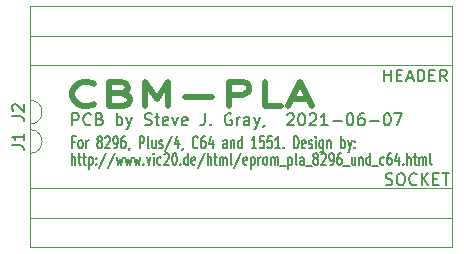
<source format=gto>
%TF.GenerationSoftware,KiCad,Pcbnew,(5.1.9)-1*%
%TF.CreationDate,2021-06-07T23:04:27-04:00*%
%TF.ProjectId,cbm-pla,63626d2d-706c-4612-9e6b-696361645f70,rev?*%
%TF.SameCoordinates,Original*%
%TF.FileFunction,Legend,Top*%
%TF.FilePolarity,Positive*%
%FSLAX46Y46*%
G04 Gerber Fmt 4.6, Leading zero omitted, Abs format (unit mm)*
G04 Created by KiCad (PCBNEW (5.1.9)-1) date 2021-06-07 23:04:27*
%MOMM*%
%LPD*%
G01*
G04 APERTURE LIST*
%ADD10C,0.150000*%
%ADD11C,0.500000*%
%ADD12C,0.120000*%
G04 APERTURE END LIST*
D10*
X162557152Y-76588880D02*
X162557152Y-75588880D01*
X162557152Y-76065071D02*
X163128580Y-76065071D01*
X163128580Y-76588880D02*
X163128580Y-75588880D01*
X163604771Y-76065071D02*
X163938104Y-76065071D01*
X164080961Y-76588880D02*
X163604771Y-76588880D01*
X163604771Y-75588880D01*
X164080961Y-75588880D01*
X164461914Y-76303166D02*
X164938104Y-76303166D01*
X164366676Y-76588880D02*
X164700009Y-75588880D01*
X165033342Y-76588880D01*
X165366676Y-76588880D02*
X165366676Y-75588880D01*
X165604771Y-75588880D01*
X165747628Y-75636500D01*
X165842866Y-75731738D01*
X165890485Y-75826976D01*
X165938104Y-76017452D01*
X165938104Y-76160309D01*
X165890485Y-76350785D01*
X165842866Y-76446023D01*
X165747628Y-76541261D01*
X165604771Y-76588880D01*
X165366676Y-76588880D01*
X166366676Y-76065071D02*
X166700009Y-76065071D01*
X166842866Y-76588880D02*
X166366676Y-76588880D01*
X166366676Y-75588880D01*
X166842866Y-75588880D01*
X167842866Y-76588880D02*
X167509533Y-76112690D01*
X167271438Y-76588880D02*
X167271438Y-75588880D01*
X167652390Y-75588880D01*
X167747628Y-75636500D01*
X167795247Y-75684119D01*
X167842866Y-75779357D01*
X167842866Y-75922214D01*
X167795247Y-76017452D01*
X167747628Y-76065071D01*
X167652390Y-76112690D01*
X167271438Y-76112690D01*
X162660342Y-85329661D02*
X162803200Y-85377280D01*
X163041295Y-85377280D01*
X163136533Y-85329661D01*
X163184152Y-85282042D01*
X163231771Y-85186804D01*
X163231771Y-85091566D01*
X163184152Y-84996328D01*
X163136533Y-84948709D01*
X163041295Y-84901090D01*
X162850819Y-84853471D01*
X162755580Y-84805852D01*
X162707961Y-84758233D01*
X162660342Y-84662995D01*
X162660342Y-84567757D01*
X162707961Y-84472519D01*
X162755580Y-84424900D01*
X162850819Y-84377280D01*
X163088914Y-84377280D01*
X163231771Y-84424900D01*
X163850819Y-84377280D02*
X164041295Y-84377280D01*
X164136533Y-84424900D01*
X164231771Y-84520138D01*
X164279390Y-84710614D01*
X164279390Y-85043947D01*
X164231771Y-85234423D01*
X164136533Y-85329661D01*
X164041295Y-85377280D01*
X163850819Y-85377280D01*
X163755580Y-85329661D01*
X163660342Y-85234423D01*
X163612723Y-85043947D01*
X163612723Y-84710614D01*
X163660342Y-84520138D01*
X163755580Y-84424900D01*
X163850819Y-84377280D01*
X165279390Y-85282042D02*
X165231771Y-85329661D01*
X165088914Y-85377280D01*
X164993676Y-85377280D01*
X164850819Y-85329661D01*
X164755580Y-85234423D01*
X164707961Y-85139185D01*
X164660342Y-84948709D01*
X164660342Y-84805852D01*
X164707961Y-84615376D01*
X164755580Y-84520138D01*
X164850819Y-84424900D01*
X164993676Y-84377280D01*
X165088914Y-84377280D01*
X165231771Y-84424900D01*
X165279390Y-84472519D01*
X165707961Y-85377280D02*
X165707961Y-84377280D01*
X166279390Y-85377280D02*
X165850819Y-84805852D01*
X166279390Y-84377280D02*
X165707961Y-84948709D01*
X166707961Y-84853471D02*
X167041295Y-84853471D01*
X167184152Y-85377280D02*
X166707961Y-85377280D01*
X166707961Y-84377280D01*
X167184152Y-84377280D01*
X167469866Y-84377280D02*
X168041295Y-84377280D01*
X167755580Y-85377280D02*
X167755580Y-84377280D01*
X136319300Y-81729271D02*
X136085966Y-81729271D01*
X136085966Y-82253080D02*
X136085966Y-81253080D01*
X136419300Y-81253080D01*
X136785966Y-82253080D02*
X136719300Y-82205461D01*
X136685966Y-82157842D01*
X136652633Y-82062604D01*
X136652633Y-81776890D01*
X136685966Y-81681652D01*
X136719300Y-81634033D01*
X136785966Y-81586414D01*
X136885966Y-81586414D01*
X136952633Y-81634033D01*
X136985966Y-81681652D01*
X137019300Y-81776890D01*
X137019300Y-82062604D01*
X136985966Y-82157842D01*
X136952633Y-82205461D01*
X136885966Y-82253080D01*
X136785966Y-82253080D01*
X137319300Y-82253080D02*
X137319300Y-81586414D01*
X137319300Y-81776890D02*
X137352633Y-81681652D01*
X137385966Y-81634033D01*
X137452633Y-81586414D01*
X137519300Y-81586414D01*
X138385966Y-81681652D02*
X138319300Y-81634033D01*
X138285966Y-81586414D01*
X138252633Y-81491176D01*
X138252633Y-81443557D01*
X138285966Y-81348319D01*
X138319300Y-81300700D01*
X138385966Y-81253080D01*
X138519300Y-81253080D01*
X138585966Y-81300700D01*
X138619300Y-81348319D01*
X138652633Y-81443557D01*
X138652633Y-81491176D01*
X138619300Y-81586414D01*
X138585966Y-81634033D01*
X138519300Y-81681652D01*
X138385966Y-81681652D01*
X138319300Y-81729271D01*
X138285966Y-81776890D01*
X138252633Y-81872128D01*
X138252633Y-82062604D01*
X138285966Y-82157842D01*
X138319300Y-82205461D01*
X138385966Y-82253080D01*
X138519300Y-82253080D01*
X138585966Y-82205461D01*
X138619300Y-82157842D01*
X138652633Y-82062604D01*
X138652633Y-81872128D01*
X138619300Y-81776890D01*
X138585966Y-81729271D01*
X138519300Y-81681652D01*
X138919300Y-81348319D02*
X138952633Y-81300700D01*
X139019300Y-81253080D01*
X139185966Y-81253080D01*
X139252633Y-81300700D01*
X139285966Y-81348319D01*
X139319300Y-81443557D01*
X139319300Y-81538795D01*
X139285966Y-81681652D01*
X138885966Y-82253080D01*
X139319300Y-82253080D01*
X139652633Y-82253080D02*
X139785966Y-82253080D01*
X139852633Y-82205461D01*
X139885966Y-82157842D01*
X139952633Y-82014985D01*
X139985966Y-81824509D01*
X139985966Y-81443557D01*
X139952633Y-81348319D01*
X139919300Y-81300700D01*
X139852633Y-81253080D01*
X139719300Y-81253080D01*
X139652633Y-81300700D01*
X139619300Y-81348319D01*
X139585966Y-81443557D01*
X139585966Y-81681652D01*
X139619300Y-81776890D01*
X139652633Y-81824509D01*
X139719300Y-81872128D01*
X139852633Y-81872128D01*
X139919300Y-81824509D01*
X139952633Y-81776890D01*
X139985966Y-81681652D01*
X140585966Y-81253080D02*
X140452633Y-81253080D01*
X140385966Y-81300700D01*
X140352633Y-81348319D01*
X140285966Y-81491176D01*
X140252633Y-81681652D01*
X140252633Y-82062604D01*
X140285966Y-82157842D01*
X140319300Y-82205461D01*
X140385966Y-82253080D01*
X140519300Y-82253080D01*
X140585966Y-82205461D01*
X140619300Y-82157842D01*
X140652633Y-82062604D01*
X140652633Y-81824509D01*
X140619300Y-81729271D01*
X140585966Y-81681652D01*
X140519300Y-81634033D01*
X140385966Y-81634033D01*
X140319300Y-81681652D01*
X140285966Y-81729271D01*
X140252633Y-81824509D01*
X140985966Y-82205461D02*
X140985966Y-82253080D01*
X140952633Y-82348319D01*
X140919300Y-82395938D01*
X141819300Y-82253080D02*
X141819300Y-81253080D01*
X142085966Y-81253080D01*
X142152633Y-81300700D01*
X142185966Y-81348319D01*
X142219300Y-81443557D01*
X142219300Y-81586414D01*
X142185966Y-81681652D01*
X142152633Y-81729271D01*
X142085966Y-81776890D01*
X141819300Y-81776890D01*
X142619300Y-82253080D02*
X142552633Y-82205461D01*
X142519300Y-82110223D01*
X142519300Y-81253080D01*
X143185966Y-81586414D02*
X143185966Y-82253080D01*
X142885966Y-81586414D02*
X142885966Y-82110223D01*
X142919300Y-82205461D01*
X142985966Y-82253080D01*
X143085966Y-82253080D01*
X143152633Y-82205461D01*
X143185966Y-82157842D01*
X143485966Y-82205461D02*
X143552633Y-82253080D01*
X143685966Y-82253080D01*
X143752633Y-82205461D01*
X143785966Y-82110223D01*
X143785966Y-82062604D01*
X143752633Y-81967366D01*
X143685966Y-81919747D01*
X143585966Y-81919747D01*
X143519300Y-81872128D01*
X143485966Y-81776890D01*
X143485966Y-81729271D01*
X143519300Y-81634033D01*
X143585966Y-81586414D01*
X143685966Y-81586414D01*
X143752633Y-81634033D01*
X144585966Y-81205461D02*
X143985966Y-82491176D01*
X145119300Y-81586414D02*
X145119300Y-82253080D01*
X144952633Y-81205461D02*
X144785966Y-81919747D01*
X145219300Y-81919747D01*
X145519300Y-82205461D02*
X145519300Y-82253080D01*
X145485966Y-82348319D01*
X145452633Y-82395938D01*
X146752633Y-82157842D02*
X146719300Y-82205461D01*
X146619300Y-82253080D01*
X146552633Y-82253080D01*
X146452633Y-82205461D01*
X146385966Y-82110223D01*
X146352633Y-82014985D01*
X146319300Y-81824509D01*
X146319300Y-81681652D01*
X146352633Y-81491176D01*
X146385966Y-81395938D01*
X146452633Y-81300700D01*
X146552633Y-81253080D01*
X146619300Y-81253080D01*
X146719300Y-81300700D01*
X146752633Y-81348319D01*
X147352633Y-81253080D02*
X147219300Y-81253080D01*
X147152633Y-81300700D01*
X147119300Y-81348319D01*
X147052633Y-81491176D01*
X147019300Y-81681652D01*
X147019300Y-82062604D01*
X147052633Y-82157842D01*
X147085966Y-82205461D01*
X147152633Y-82253080D01*
X147285966Y-82253080D01*
X147352633Y-82205461D01*
X147385966Y-82157842D01*
X147419300Y-82062604D01*
X147419300Y-81824509D01*
X147385966Y-81729271D01*
X147352633Y-81681652D01*
X147285966Y-81634033D01*
X147152633Y-81634033D01*
X147085966Y-81681652D01*
X147052633Y-81729271D01*
X147019300Y-81824509D01*
X148019300Y-81586414D02*
X148019300Y-82253080D01*
X147852633Y-81205461D02*
X147685966Y-81919747D01*
X148119300Y-81919747D01*
X149219300Y-82253080D02*
X149219300Y-81729271D01*
X149185966Y-81634033D01*
X149119300Y-81586414D01*
X148985966Y-81586414D01*
X148919300Y-81634033D01*
X149219300Y-82205461D02*
X149152633Y-82253080D01*
X148985966Y-82253080D01*
X148919300Y-82205461D01*
X148885966Y-82110223D01*
X148885966Y-82014985D01*
X148919300Y-81919747D01*
X148985966Y-81872128D01*
X149152633Y-81872128D01*
X149219300Y-81824509D01*
X149552633Y-81586414D02*
X149552633Y-82253080D01*
X149552633Y-81681652D02*
X149585966Y-81634033D01*
X149652633Y-81586414D01*
X149752633Y-81586414D01*
X149819300Y-81634033D01*
X149852633Y-81729271D01*
X149852633Y-82253080D01*
X150485966Y-82253080D02*
X150485966Y-81253080D01*
X150485966Y-82205461D02*
X150419300Y-82253080D01*
X150285966Y-82253080D01*
X150219300Y-82205461D01*
X150185966Y-82157842D01*
X150152633Y-82062604D01*
X150152633Y-81776890D01*
X150185966Y-81681652D01*
X150219300Y-81634033D01*
X150285966Y-81586414D01*
X150419300Y-81586414D01*
X150485966Y-81634033D01*
X151719300Y-82253080D02*
X151319300Y-82253080D01*
X151519300Y-82253080D02*
X151519300Y-81253080D01*
X151452633Y-81395938D01*
X151385966Y-81491176D01*
X151319300Y-81538795D01*
X152352633Y-81253080D02*
X152019300Y-81253080D01*
X151985966Y-81729271D01*
X152019300Y-81681652D01*
X152085966Y-81634033D01*
X152252633Y-81634033D01*
X152319300Y-81681652D01*
X152352633Y-81729271D01*
X152385966Y-81824509D01*
X152385966Y-82062604D01*
X152352633Y-82157842D01*
X152319300Y-82205461D01*
X152252633Y-82253080D01*
X152085966Y-82253080D01*
X152019300Y-82205461D01*
X151985966Y-82157842D01*
X153019300Y-81253080D02*
X152685966Y-81253080D01*
X152652633Y-81729271D01*
X152685966Y-81681652D01*
X152752633Y-81634033D01*
X152919300Y-81634033D01*
X152985966Y-81681652D01*
X153019300Y-81729271D01*
X153052633Y-81824509D01*
X153052633Y-82062604D01*
X153019300Y-82157842D01*
X152985966Y-82205461D01*
X152919300Y-82253080D01*
X152752633Y-82253080D01*
X152685966Y-82205461D01*
X152652633Y-82157842D01*
X153719300Y-82253080D02*
X153319300Y-82253080D01*
X153519300Y-82253080D02*
X153519300Y-81253080D01*
X153452633Y-81395938D01*
X153385966Y-81491176D01*
X153319300Y-81538795D01*
X154019300Y-82157842D02*
X154052633Y-82205461D01*
X154019300Y-82253080D01*
X153985966Y-82205461D01*
X154019300Y-82157842D01*
X154019300Y-82253080D01*
X154885966Y-82253080D02*
X154885966Y-81253080D01*
X155052633Y-81253080D01*
X155152633Y-81300700D01*
X155219300Y-81395938D01*
X155252633Y-81491176D01*
X155285966Y-81681652D01*
X155285966Y-81824509D01*
X155252633Y-82014985D01*
X155219300Y-82110223D01*
X155152633Y-82205461D01*
X155052633Y-82253080D01*
X154885966Y-82253080D01*
X155852633Y-82205461D02*
X155785966Y-82253080D01*
X155652633Y-82253080D01*
X155585966Y-82205461D01*
X155552633Y-82110223D01*
X155552633Y-81729271D01*
X155585966Y-81634033D01*
X155652633Y-81586414D01*
X155785966Y-81586414D01*
X155852633Y-81634033D01*
X155885966Y-81729271D01*
X155885966Y-81824509D01*
X155552633Y-81919747D01*
X156152633Y-82205461D02*
X156219300Y-82253080D01*
X156352633Y-82253080D01*
X156419300Y-82205461D01*
X156452633Y-82110223D01*
X156452633Y-82062604D01*
X156419300Y-81967366D01*
X156352633Y-81919747D01*
X156252633Y-81919747D01*
X156185966Y-81872128D01*
X156152633Y-81776890D01*
X156152633Y-81729271D01*
X156185966Y-81634033D01*
X156252633Y-81586414D01*
X156352633Y-81586414D01*
X156419300Y-81634033D01*
X156752633Y-82253080D02*
X156752633Y-81586414D01*
X156752633Y-81253080D02*
X156719300Y-81300700D01*
X156752633Y-81348319D01*
X156785966Y-81300700D01*
X156752633Y-81253080D01*
X156752633Y-81348319D01*
X157385966Y-81586414D02*
X157385966Y-82395938D01*
X157352633Y-82491176D01*
X157319300Y-82538795D01*
X157252633Y-82586414D01*
X157152633Y-82586414D01*
X157085966Y-82538795D01*
X157385966Y-82205461D02*
X157319300Y-82253080D01*
X157185966Y-82253080D01*
X157119300Y-82205461D01*
X157085966Y-82157842D01*
X157052633Y-82062604D01*
X157052633Y-81776890D01*
X157085966Y-81681652D01*
X157119300Y-81634033D01*
X157185966Y-81586414D01*
X157319300Y-81586414D01*
X157385966Y-81634033D01*
X157719300Y-81586414D02*
X157719300Y-82253080D01*
X157719300Y-81681652D02*
X157752633Y-81634033D01*
X157819300Y-81586414D01*
X157919300Y-81586414D01*
X157985966Y-81634033D01*
X158019300Y-81729271D01*
X158019300Y-82253080D01*
X158885966Y-82253080D02*
X158885966Y-81253080D01*
X158885966Y-81634033D02*
X158952633Y-81586414D01*
X159085966Y-81586414D01*
X159152633Y-81634033D01*
X159185966Y-81681652D01*
X159219300Y-81776890D01*
X159219300Y-82062604D01*
X159185966Y-82157842D01*
X159152633Y-82205461D01*
X159085966Y-82253080D01*
X158952633Y-82253080D01*
X158885966Y-82205461D01*
X159452633Y-81586414D02*
X159619300Y-82253080D01*
X159785966Y-81586414D02*
X159619300Y-82253080D01*
X159552633Y-82491176D01*
X159519300Y-82538795D01*
X159452633Y-82586414D01*
X160052633Y-82157842D02*
X160085966Y-82205461D01*
X160052633Y-82253080D01*
X160019300Y-82205461D01*
X160052633Y-82157842D01*
X160052633Y-82253080D01*
X160052633Y-81634033D02*
X160085966Y-81681652D01*
X160052633Y-81729271D01*
X160019300Y-81681652D01*
X160052633Y-81634033D01*
X160052633Y-81729271D01*
X136082400Y-83675480D02*
X136082400Y-82675480D01*
X136382400Y-83675480D02*
X136382400Y-83151671D01*
X136349066Y-83056433D01*
X136282400Y-83008814D01*
X136182400Y-83008814D01*
X136115733Y-83056433D01*
X136082400Y-83104052D01*
X136615733Y-83008814D02*
X136882400Y-83008814D01*
X136715733Y-82675480D02*
X136715733Y-83532623D01*
X136749066Y-83627861D01*
X136815733Y-83675480D01*
X136882400Y-83675480D01*
X137015733Y-83008814D02*
X137282400Y-83008814D01*
X137115733Y-82675480D02*
X137115733Y-83532623D01*
X137149066Y-83627861D01*
X137215733Y-83675480D01*
X137282400Y-83675480D01*
X137515733Y-83008814D02*
X137515733Y-84008814D01*
X137515733Y-83056433D02*
X137582400Y-83008814D01*
X137715733Y-83008814D01*
X137782400Y-83056433D01*
X137815733Y-83104052D01*
X137849066Y-83199290D01*
X137849066Y-83485004D01*
X137815733Y-83580242D01*
X137782400Y-83627861D01*
X137715733Y-83675480D01*
X137582400Y-83675480D01*
X137515733Y-83627861D01*
X138149066Y-83580242D02*
X138182400Y-83627861D01*
X138149066Y-83675480D01*
X138115733Y-83627861D01*
X138149066Y-83580242D01*
X138149066Y-83675480D01*
X138149066Y-83056433D02*
X138182400Y-83104052D01*
X138149066Y-83151671D01*
X138115733Y-83104052D01*
X138149066Y-83056433D01*
X138149066Y-83151671D01*
X138982400Y-82627861D02*
X138382400Y-83913576D01*
X139715733Y-82627861D02*
X139115733Y-83913576D01*
X139882400Y-83008814D02*
X140015733Y-83675480D01*
X140149066Y-83199290D01*
X140282400Y-83675480D01*
X140415733Y-83008814D01*
X140615733Y-83008814D02*
X140749066Y-83675480D01*
X140882400Y-83199290D01*
X141015733Y-83675480D01*
X141149066Y-83008814D01*
X141349066Y-83008814D02*
X141482400Y-83675480D01*
X141615733Y-83199290D01*
X141749066Y-83675480D01*
X141882400Y-83008814D01*
X142149066Y-83580242D02*
X142182400Y-83627861D01*
X142149066Y-83675480D01*
X142115733Y-83627861D01*
X142149066Y-83580242D01*
X142149066Y-83675480D01*
X142415733Y-83008814D02*
X142582400Y-83675480D01*
X142749066Y-83008814D01*
X143015733Y-83675480D02*
X143015733Y-83008814D01*
X143015733Y-82675480D02*
X142982400Y-82723100D01*
X143015733Y-82770719D01*
X143049066Y-82723100D01*
X143015733Y-82675480D01*
X143015733Y-82770719D01*
X143649066Y-83627861D02*
X143582400Y-83675480D01*
X143449066Y-83675480D01*
X143382400Y-83627861D01*
X143349066Y-83580242D01*
X143315733Y-83485004D01*
X143315733Y-83199290D01*
X143349066Y-83104052D01*
X143382400Y-83056433D01*
X143449066Y-83008814D01*
X143582400Y-83008814D01*
X143649066Y-83056433D01*
X143915733Y-82770719D02*
X143949066Y-82723100D01*
X144015733Y-82675480D01*
X144182400Y-82675480D01*
X144249066Y-82723100D01*
X144282400Y-82770719D01*
X144315733Y-82865957D01*
X144315733Y-82961195D01*
X144282400Y-83104052D01*
X143882400Y-83675480D01*
X144315733Y-83675480D01*
X144749066Y-82675480D02*
X144815733Y-82675480D01*
X144882400Y-82723100D01*
X144915733Y-82770719D01*
X144949066Y-82865957D01*
X144982400Y-83056433D01*
X144982400Y-83294528D01*
X144949066Y-83485004D01*
X144915733Y-83580242D01*
X144882400Y-83627861D01*
X144815733Y-83675480D01*
X144749066Y-83675480D01*
X144682400Y-83627861D01*
X144649066Y-83580242D01*
X144615733Y-83485004D01*
X144582400Y-83294528D01*
X144582400Y-83056433D01*
X144615733Y-82865957D01*
X144649066Y-82770719D01*
X144682400Y-82723100D01*
X144749066Y-82675480D01*
X145282400Y-83580242D02*
X145315733Y-83627861D01*
X145282400Y-83675480D01*
X145249066Y-83627861D01*
X145282400Y-83580242D01*
X145282400Y-83675480D01*
X145915733Y-83675480D02*
X145915733Y-82675480D01*
X145915733Y-83627861D02*
X145849066Y-83675480D01*
X145715733Y-83675480D01*
X145649066Y-83627861D01*
X145615733Y-83580242D01*
X145582400Y-83485004D01*
X145582400Y-83199290D01*
X145615733Y-83104052D01*
X145649066Y-83056433D01*
X145715733Y-83008814D01*
X145849066Y-83008814D01*
X145915733Y-83056433D01*
X146515733Y-83627861D02*
X146449066Y-83675480D01*
X146315733Y-83675480D01*
X146249066Y-83627861D01*
X146215733Y-83532623D01*
X146215733Y-83151671D01*
X146249066Y-83056433D01*
X146315733Y-83008814D01*
X146449066Y-83008814D01*
X146515733Y-83056433D01*
X146549066Y-83151671D01*
X146549066Y-83246909D01*
X146215733Y-83342147D01*
X147349066Y-82627861D02*
X146749066Y-83913576D01*
X147582400Y-83675480D02*
X147582400Y-82675480D01*
X147882400Y-83675480D02*
X147882400Y-83151671D01*
X147849066Y-83056433D01*
X147782400Y-83008814D01*
X147682400Y-83008814D01*
X147615733Y-83056433D01*
X147582400Y-83104052D01*
X148115733Y-83008814D02*
X148382400Y-83008814D01*
X148215733Y-82675480D02*
X148215733Y-83532623D01*
X148249066Y-83627861D01*
X148315733Y-83675480D01*
X148382400Y-83675480D01*
X148615733Y-83675480D02*
X148615733Y-83008814D01*
X148615733Y-83104052D02*
X148649066Y-83056433D01*
X148715733Y-83008814D01*
X148815733Y-83008814D01*
X148882400Y-83056433D01*
X148915733Y-83151671D01*
X148915733Y-83675480D01*
X148915733Y-83151671D02*
X148949066Y-83056433D01*
X149015733Y-83008814D01*
X149115733Y-83008814D01*
X149182400Y-83056433D01*
X149215733Y-83151671D01*
X149215733Y-83675480D01*
X149649066Y-83675480D02*
X149582400Y-83627861D01*
X149549066Y-83532623D01*
X149549066Y-82675480D01*
X150415733Y-82627861D02*
X149815733Y-83913576D01*
X150915733Y-83627861D02*
X150849066Y-83675480D01*
X150715733Y-83675480D01*
X150649066Y-83627861D01*
X150615733Y-83532623D01*
X150615733Y-83151671D01*
X150649066Y-83056433D01*
X150715733Y-83008814D01*
X150849066Y-83008814D01*
X150915733Y-83056433D01*
X150949066Y-83151671D01*
X150949066Y-83246909D01*
X150615733Y-83342147D01*
X151249066Y-83008814D02*
X151249066Y-84008814D01*
X151249066Y-83056433D02*
X151315733Y-83008814D01*
X151449066Y-83008814D01*
X151515733Y-83056433D01*
X151549066Y-83104052D01*
X151582400Y-83199290D01*
X151582400Y-83485004D01*
X151549066Y-83580242D01*
X151515733Y-83627861D01*
X151449066Y-83675480D01*
X151315733Y-83675480D01*
X151249066Y-83627861D01*
X151882400Y-83675480D02*
X151882400Y-83008814D01*
X151882400Y-83199290D02*
X151915733Y-83104052D01*
X151949066Y-83056433D01*
X152015733Y-83008814D01*
X152082400Y-83008814D01*
X152415733Y-83675480D02*
X152349066Y-83627861D01*
X152315733Y-83580242D01*
X152282400Y-83485004D01*
X152282400Y-83199290D01*
X152315733Y-83104052D01*
X152349066Y-83056433D01*
X152415733Y-83008814D01*
X152515733Y-83008814D01*
X152582400Y-83056433D01*
X152615733Y-83104052D01*
X152649066Y-83199290D01*
X152649066Y-83485004D01*
X152615733Y-83580242D01*
X152582400Y-83627861D01*
X152515733Y-83675480D01*
X152415733Y-83675480D01*
X152949066Y-83675480D02*
X152949066Y-83008814D01*
X152949066Y-83104052D02*
X152982400Y-83056433D01*
X153049066Y-83008814D01*
X153149066Y-83008814D01*
X153215733Y-83056433D01*
X153249066Y-83151671D01*
X153249066Y-83675480D01*
X153249066Y-83151671D02*
X153282400Y-83056433D01*
X153349066Y-83008814D01*
X153449066Y-83008814D01*
X153515733Y-83056433D01*
X153549066Y-83151671D01*
X153549066Y-83675480D01*
X153715733Y-83770719D02*
X154249066Y-83770719D01*
X154415733Y-83008814D02*
X154415733Y-84008814D01*
X154415733Y-83056433D02*
X154482400Y-83008814D01*
X154615733Y-83008814D01*
X154682400Y-83056433D01*
X154715733Y-83104052D01*
X154749066Y-83199290D01*
X154749066Y-83485004D01*
X154715733Y-83580242D01*
X154682400Y-83627861D01*
X154615733Y-83675480D01*
X154482400Y-83675480D01*
X154415733Y-83627861D01*
X155149066Y-83675480D02*
X155082400Y-83627861D01*
X155049066Y-83532623D01*
X155049066Y-82675480D01*
X155715733Y-83675480D02*
X155715733Y-83151671D01*
X155682400Y-83056433D01*
X155615733Y-83008814D01*
X155482400Y-83008814D01*
X155415733Y-83056433D01*
X155715733Y-83627861D02*
X155649066Y-83675480D01*
X155482400Y-83675480D01*
X155415733Y-83627861D01*
X155382400Y-83532623D01*
X155382400Y-83437385D01*
X155415733Y-83342147D01*
X155482400Y-83294528D01*
X155649066Y-83294528D01*
X155715733Y-83246909D01*
X155882400Y-83770719D02*
X156415733Y-83770719D01*
X156682400Y-83104052D02*
X156615733Y-83056433D01*
X156582400Y-83008814D01*
X156549066Y-82913576D01*
X156549066Y-82865957D01*
X156582400Y-82770719D01*
X156615733Y-82723100D01*
X156682400Y-82675480D01*
X156815733Y-82675480D01*
X156882400Y-82723100D01*
X156915733Y-82770719D01*
X156949066Y-82865957D01*
X156949066Y-82913576D01*
X156915733Y-83008814D01*
X156882400Y-83056433D01*
X156815733Y-83104052D01*
X156682400Y-83104052D01*
X156615733Y-83151671D01*
X156582400Y-83199290D01*
X156549066Y-83294528D01*
X156549066Y-83485004D01*
X156582400Y-83580242D01*
X156615733Y-83627861D01*
X156682400Y-83675480D01*
X156815733Y-83675480D01*
X156882400Y-83627861D01*
X156915733Y-83580242D01*
X156949066Y-83485004D01*
X156949066Y-83294528D01*
X156915733Y-83199290D01*
X156882400Y-83151671D01*
X156815733Y-83104052D01*
X157215733Y-82770719D02*
X157249066Y-82723100D01*
X157315733Y-82675480D01*
X157482400Y-82675480D01*
X157549066Y-82723100D01*
X157582400Y-82770719D01*
X157615733Y-82865957D01*
X157615733Y-82961195D01*
X157582400Y-83104052D01*
X157182400Y-83675480D01*
X157615733Y-83675480D01*
X157949066Y-83675480D02*
X158082400Y-83675480D01*
X158149066Y-83627861D01*
X158182400Y-83580242D01*
X158249066Y-83437385D01*
X158282400Y-83246909D01*
X158282400Y-82865957D01*
X158249066Y-82770719D01*
X158215733Y-82723100D01*
X158149066Y-82675480D01*
X158015733Y-82675480D01*
X157949066Y-82723100D01*
X157915733Y-82770719D01*
X157882400Y-82865957D01*
X157882400Y-83104052D01*
X157915733Y-83199290D01*
X157949066Y-83246909D01*
X158015733Y-83294528D01*
X158149066Y-83294528D01*
X158215733Y-83246909D01*
X158249066Y-83199290D01*
X158282400Y-83104052D01*
X158882400Y-82675480D02*
X158749066Y-82675480D01*
X158682400Y-82723100D01*
X158649066Y-82770719D01*
X158582400Y-82913576D01*
X158549066Y-83104052D01*
X158549066Y-83485004D01*
X158582400Y-83580242D01*
X158615733Y-83627861D01*
X158682400Y-83675480D01*
X158815733Y-83675480D01*
X158882400Y-83627861D01*
X158915733Y-83580242D01*
X158949066Y-83485004D01*
X158949066Y-83246909D01*
X158915733Y-83151671D01*
X158882400Y-83104052D01*
X158815733Y-83056433D01*
X158682400Y-83056433D01*
X158615733Y-83104052D01*
X158582400Y-83151671D01*
X158549066Y-83246909D01*
X159082400Y-83770719D02*
X159615733Y-83770719D01*
X160082400Y-83008814D02*
X160082400Y-83675480D01*
X159782400Y-83008814D02*
X159782400Y-83532623D01*
X159815733Y-83627861D01*
X159882400Y-83675480D01*
X159982400Y-83675480D01*
X160049066Y-83627861D01*
X160082400Y-83580242D01*
X160415733Y-83008814D02*
X160415733Y-83675480D01*
X160415733Y-83104052D02*
X160449066Y-83056433D01*
X160515733Y-83008814D01*
X160615733Y-83008814D01*
X160682400Y-83056433D01*
X160715733Y-83151671D01*
X160715733Y-83675480D01*
X161349066Y-83675480D02*
X161349066Y-82675480D01*
X161349066Y-83627861D02*
X161282400Y-83675480D01*
X161149066Y-83675480D01*
X161082400Y-83627861D01*
X161049066Y-83580242D01*
X161015733Y-83485004D01*
X161015733Y-83199290D01*
X161049066Y-83104052D01*
X161082400Y-83056433D01*
X161149066Y-83008814D01*
X161282400Y-83008814D01*
X161349066Y-83056433D01*
X161515733Y-83770719D02*
X162049066Y-83770719D01*
X162515733Y-83627861D02*
X162449066Y-83675480D01*
X162315733Y-83675480D01*
X162249066Y-83627861D01*
X162215733Y-83580242D01*
X162182400Y-83485004D01*
X162182400Y-83199290D01*
X162215733Y-83104052D01*
X162249066Y-83056433D01*
X162315733Y-83008814D01*
X162449066Y-83008814D01*
X162515733Y-83056433D01*
X163115733Y-82675480D02*
X162982400Y-82675480D01*
X162915733Y-82723100D01*
X162882400Y-82770719D01*
X162815733Y-82913576D01*
X162782400Y-83104052D01*
X162782400Y-83485004D01*
X162815733Y-83580242D01*
X162849066Y-83627861D01*
X162915733Y-83675480D01*
X163049066Y-83675480D01*
X163115733Y-83627861D01*
X163149066Y-83580242D01*
X163182400Y-83485004D01*
X163182400Y-83246909D01*
X163149066Y-83151671D01*
X163115733Y-83104052D01*
X163049066Y-83056433D01*
X162915733Y-83056433D01*
X162849066Y-83104052D01*
X162815733Y-83151671D01*
X162782400Y-83246909D01*
X163782400Y-83008814D02*
X163782400Y-83675480D01*
X163615733Y-82627861D02*
X163449066Y-83342147D01*
X163882400Y-83342147D01*
X164149066Y-83580242D02*
X164182400Y-83627861D01*
X164149066Y-83675480D01*
X164115733Y-83627861D01*
X164149066Y-83580242D01*
X164149066Y-83675480D01*
X164482400Y-83675480D02*
X164482400Y-82675480D01*
X164782400Y-83675480D02*
X164782400Y-83151671D01*
X164749066Y-83056433D01*
X164682400Y-83008814D01*
X164582400Y-83008814D01*
X164515733Y-83056433D01*
X164482400Y-83104052D01*
X165015733Y-83008814D02*
X165282400Y-83008814D01*
X165115733Y-82675480D02*
X165115733Y-83532623D01*
X165149066Y-83627861D01*
X165215733Y-83675480D01*
X165282400Y-83675480D01*
X165515733Y-83675480D02*
X165515733Y-83008814D01*
X165515733Y-83104052D02*
X165549066Y-83056433D01*
X165615733Y-83008814D01*
X165715733Y-83008814D01*
X165782400Y-83056433D01*
X165815733Y-83151671D01*
X165815733Y-83675480D01*
X165815733Y-83151671D02*
X165849066Y-83056433D01*
X165915733Y-83008814D01*
X166015733Y-83008814D01*
X166082400Y-83056433D01*
X166115733Y-83151671D01*
X166115733Y-83675480D01*
X166549066Y-83675480D02*
X166482400Y-83627861D01*
X166449066Y-83532623D01*
X166449066Y-82675480D01*
X136121928Y-80309980D02*
X136121928Y-79309980D01*
X136502880Y-79309980D01*
X136598119Y-79357600D01*
X136645738Y-79405219D01*
X136693357Y-79500457D01*
X136693357Y-79643314D01*
X136645738Y-79738552D01*
X136598119Y-79786171D01*
X136502880Y-79833790D01*
X136121928Y-79833790D01*
X137693357Y-80214742D02*
X137645738Y-80262361D01*
X137502880Y-80309980D01*
X137407642Y-80309980D01*
X137264785Y-80262361D01*
X137169547Y-80167123D01*
X137121928Y-80071885D01*
X137074309Y-79881409D01*
X137074309Y-79738552D01*
X137121928Y-79548076D01*
X137169547Y-79452838D01*
X137264785Y-79357600D01*
X137407642Y-79309980D01*
X137502880Y-79309980D01*
X137645738Y-79357600D01*
X137693357Y-79405219D01*
X138455261Y-79786171D02*
X138598119Y-79833790D01*
X138645738Y-79881409D01*
X138693357Y-79976647D01*
X138693357Y-80119504D01*
X138645738Y-80214742D01*
X138598119Y-80262361D01*
X138502880Y-80309980D01*
X138121928Y-80309980D01*
X138121928Y-79309980D01*
X138455261Y-79309980D01*
X138550500Y-79357600D01*
X138598119Y-79405219D01*
X138645738Y-79500457D01*
X138645738Y-79595695D01*
X138598119Y-79690933D01*
X138550500Y-79738552D01*
X138455261Y-79786171D01*
X138121928Y-79786171D01*
X139883833Y-80309980D02*
X139883833Y-79309980D01*
X139883833Y-79690933D02*
X139979071Y-79643314D01*
X140169547Y-79643314D01*
X140264785Y-79690933D01*
X140312404Y-79738552D01*
X140360023Y-79833790D01*
X140360023Y-80119504D01*
X140312404Y-80214742D01*
X140264785Y-80262361D01*
X140169547Y-80309980D01*
X139979071Y-80309980D01*
X139883833Y-80262361D01*
X140693357Y-79643314D02*
X140931452Y-80309980D01*
X141169547Y-79643314D02*
X140931452Y-80309980D01*
X140836214Y-80548076D01*
X140788595Y-80595695D01*
X140693357Y-80643314D01*
X142264785Y-80262361D02*
X142407642Y-80309980D01*
X142645738Y-80309980D01*
X142740976Y-80262361D01*
X142788595Y-80214742D01*
X142836214Y-80119504D01*
X142836214Y-80024266D01*
X142788595Y-79929028D01*
X142740976Y-79881409D01*
X142645738Y-79833790D01*
X142455261Y-79786171D01*
X142360023Y-79738552D01*
X142312404Y-79690933D01*
X142264785Y-79595695D01*
X142264785Y-79500457D01*
X142312404Y-79405219D01*
X142360023Y-79357600D01*
X142455261Y-79309980D01*
X142693357Y-79309980D01*
X142836214Y-79357600D01*
X143121928Y-79643314D02*
X143502880Y-79643314D01*
X143264785Y-79309980D02*
X143264785Y-80167123D01*
X143312404Y-80262361D01*
X143407642Y-80309980D01*
X143502880Y-80309980D01*
X144217166Y-80262361D02*
X144121928Y-80309980D01*
X143931452Y-80309980D01*
X143836214Y-80262361D01*
X143788595Y-80167123D01*
X143788595Y-79786171D01*
X143836214Y-79690933D01*
X143931452Y-79643314D01*
X144121928Y-79643314D01*
X144217166Y-79690933D01*
X144264785Y-79786171D01*
X144264785Y-79881409D01*
X143788595Y-79976647D01*
X144598119Y-79643314D02*
X144836214Y-80309980D01*
X145074309Y-79643314D01*
X145836214Y-80262361D02*
X145740976Y-80309980D01*
X145550500Y-80309980D01*
X145455261Y-80262361D01*
X145407642Y-80167123D01*
X145407642Y-79786171D01*
X145455261Y-79690933D01*
X145550500Y-79643314D01*
X145740976Y-79643314D01*
X145836214Y-79690933D01*
X145883833Y-79786171D01*
X145883833Y-79881409D01*
X145407642Y-79976647D01*
X147360023Y-79309980D02*
X147360023Y-80024266D01*
X147312404Y-80167123D01*
X147217166Y-80262361D01*
X147074309Y-80309980D01*
X146979071Y-80309980D01*
X147836214Y-80214742D02*
X147883833Y-80262361D01*
X147836214Y-80309980D01*
X147788595Y-80262361D01*
X147836214Y-80214742D01*
X147836214Y-80309980D01*
X149598119Y-79357600D02*
X149502880Y-79309980D01*
X149360023Y-79309980D01*
X149217166Y-79357600D01*
X149121928Y-79452838D01*
X149074309Y-79548076D01*
X149026690Y-79738552D01*
X149026690Y-79881409D01*
X149074309Y-80071885D01*
X149121928Y-80167123D01*
X149217166Y-80262361D01*
X149360023Y-80309980D01*
X149455261Y-80309980D01*
X149598119Y-80262361D01*
X149645738Y-80214742D01*
X149645738Y-79881409D01*
X149455261Y-79881409D01*
X150074309Y-80309980D02*
X150074309Y-79643314D01*
X150074309Y-79833790D02*
X150121928Y-79738552D01*
X150169547Y-79690933D01*
X150264785Y-79643314D01*
X150360023Y-79643314D01*
X151121928Y-80309980D02*
X151121928Y-79786171D01*
X151074309Y-79690933D01*
X150979071Y-79643314D01*
X150788595Y-79643314D01*
X150693357Y-79690933D01*
X151121928Y-80262361D02*
X151026690Y-80309980D01*
X150788595Y-80309980D01*
X150693357Y-80262361D01*
X150645738Y-80167123D01*
X150645738Y-80071885D01*
X150693357Y-79976647D01*
X150788595Y-79929028D01*
X151026690Y-79929028D01*
X151121928Y-79881409D01*
X151502880Y-79643314D02*
X151740976Y-80309980D01*
X151979071Y-79643314D02*
X151740976Y-80309980D01*
X151645738Y-80548076D01*
X151598119Y-80595695D01*
X151502880Y-80643314D01*
X152407642Y-80262361D02*
X152407642Y-80309980D01*
X152360023Y-80405219D01*
X152312404Y-80452838D01*
X154312404Y-79405219D02*
X154360023Y-79357600D01*
X154455261Y-79309980D01*
X154693357Y-79309980D01*
X154788595Y-79357600D01*
X154836214Y-79405219D01*
X154883833Y-79500457D01*
X154883833Y-79595695D01*
X154836214Y-79738552D01*
X154264785Y-80309980D01*
X154883833Y-80309980D01*
X155502880Y-79309980D02*
X155598119Y-79309980D01*
X155693357Y-79357600D01*
X155740976Y-79405219D01*
X155788595Y-79500457D01*
X155836214Y-79690933D01*
X155836214Y-79929028D01*
X155788595Y-80119504D01*
X155740976Y-80214742D01*
X155693357Y-80262361D01*
X155598119Y-80309980D01*
X155502880Y-80309980D01*
X155407642Y-80262361D01*
X155360023Y-80214742D01*
X155312404Y-80119504D01*
X155264785Y-79929028D01*
X155264785Y-79690933D01*
X155312404Y-79500457D01*
X155360023Y-79405219D01*
X155407642Y-79357600D01*
X155502880Y-79309980D01*
X156217166Y-79405219D02*
X156264785Y-79357600D01*
X156360023Y-79309980D01*
X156598119Y-79309980D01*
X156693357Y-79357600D01*
X156740976Y-79405219D01*
X156788595Y-79500457D01*
X156788595Y-79595695D01*
X156740976Y-79738552D01*
X156169547Y-80309980D01*
X156788595Y-80309980D01*
X157740976Y-80309980D02*
X157169547Y-80309980D01*
X157455261Y-80309980D02*
X157455261Y-79309980D01*
X157360023Y-79452838D01*
X157264785Y-79548076D01*
X157169547Y-79595695D01*
X158169547Y-79929028D02*
X158931452Y-79929028D01*
X159598119Y-79309980D02*
X159693357Y-79309980D01*
X159788595Y-79357600D01*
X159836214Y-79405219D01*
X159883833Y-79500457D01*
X159931452Y-79690933D01*
X159931452Y-79929028D01*
X159883833Y-80119504D01*
X159836214Y-80214742D01*
X159788595Y-80262361D01*
X159693357Y-80309980D01*
X159598119Y-80309980D01*
X159502880Y-80262361D01*
X159455261Y-80214742D01*
X159407642Y-80119504D01*
X159360023Y-79929028D01*
X159360023Y-79690933D01*
X159407642Y-79500457D01*
X159455261Y-79405219D01*
X159502880Y-79357600D01*
X159598119Y-79309980D01*
X160788595Y-79309980D02*
X160598119Y-79309980D01*
X160502880Y-79357600D01*
X160455261Y-79405219D01*
X160360023Y-79548076D01*
X160312404Y-79738552D01*
X160312404Y-80119504D01*
X160360023Y-80214742D01*
X160407642Y-80262361D01*
X160502880Y-80309980D01*
X160693357Y-80309980D01*
X160788595Y-80262361D01*
X160836214Y-80214742D01*
X160883833Y-80119504D01*
X160883833Y-79881409D01*
X160836214Y-79786171D01*
X160788595Y-79738552D01*
X160693357Y-79690933D01*
X160502880Y-79690933D01*
X160407642Y-79738552D01*
X160360023Y-79786171D01*
X160312404Y-79881409D01*
X161312404Y-79929028D02*
X162074309Y-79929028D01*
X162740976Y-79309980D02*
X162836214Y-79309980D01*
X162931452Y-79357600D01*
X162979071Y-79405219D01*
X163026690Y-79500457D01*
X163074309Y-79690933D01*
X163074309Y-79929028D01*
X163026690Y-80119504D01*
X162979071Y-80214742D01*
X162931452Y-80262361D01*
X162836214Y-80309980D01*
X162740976Y-80309980D01*
X162645738Y-80262361D01*
X162598119Y-80214742D01*
X162550500Y-80119504D01*
X162502880Y-79929028D01*
X162502880Y-79690933D01*
X162550500Y-79500457D01*
X162598119Y-79405219D01*
X162645738Y-79357600D01*
X162740976Y-79309980D01*
X163407642Y-79309980D02*
X164074309Y-79309980D01*
X163645738Y-80309980D01*
D11*
X137983342Y-78476385D02*
X137840485Y-78571623D01*
X137411914Y-78666861D01*
X137126200Y-78666861D01*
X136697628Y-78571623D01*
X136411914Y-78381147D01*
X136269057Y-78190671D01*
X136126200Y-77809719D01*
X136126200Y-77524004D01*
X136269057Y-77143052D01*
X136411914Y-76952576D01*
X136697628Y-76762100D01*
X137126200Y-76666861D01*
X137411914Y-76666861D01*
X137840485Y-76762100D01*
X137983342Y-76857338D01*
X140269057Y-77619242D02*
X140697628Y-77714480D01*
X140840485Y-77809719D01*
X140983342Y-78000195D01*
X140983342Y-78285909D01*
X140840485Y-78476385D01*
X140697628Y-78571623D01*
X140411914Y-78666861D01*
X139269057Y-78666861D01*
X139269057Y-76666861D01*
X140269057Y-76666861D01*
X140554771Y-76762100D01*
X140697628Y-76857338D01*
X140840485Y-77047814D01*
X140840485Y-77238290D01*
X140697628Y-77428766D01*
X140554771Y-77524004D01*
X140269057Y-77619242D01*
X139269057Y-77619242D01*
X142269057Y-78666861D02*
X142269057Y-76666861D01*
X143269057Y-78095433D01*
X144269057Y-76666861D01*
X144269057Y-78666861D01*
X145697628Y-77904957D02*
X147983342Y-77904957D01*
X149411914Y-78666861D02*
X149411914Y-76666861D01*
X150554771Y-76666861D01*
X150840485Y-76762100D01*
X150983342Y-76857338D01*
X151126200Y-77047814D01*
X151126200Y-77333528D01*
X150983342Y-77524004D01*
X150840485Y-77619242D01*
X150554771Y-77714480D01*
X149411914Y-77714480D01*
X153840485Y-78666861D02*
X152411914Y-78666861D01*
X152411914Y-76666861D01*
X154697628Y-78095433D02*
X156126200Y-78095433D01*
X154411914Y-78666861D02*
X155411914Y-76666861D01*
X156411914Y-78666861D01*
D12*
%TO.C,J2*%
X132506100Y-70247200D02*
X132506100Y-88147200D01*
X168306100Y-70247200D02*
X132506100Y-70247200D01*
X168306100Y-88147200D02*
X168306100Y-70247200D01*
X132506100Y-88147200D02*
X168306100Y-88147200D01*
X132566100Y-72737200D02*
X132566100Y-78197200D01*
X168246100Y-72737200D02*
X132566100Y-72737200D01*
X168246100Y-85657200D02*
X168246100Y-72737200D01*
X132566100Y-85657200D02*
X168246100Y-85657200D01*
X132566100Y-80197200D02*
X132566100Y-85657200D01*
X132566100Y-78197200D02*
G75*
G02*
X132566100Y-80197200I0J-1000000D01*
G01*
%TO.C,J1*%
X132506100Y-72736400D02*
X132506100Y-90636400D01*
X168306100Y-72736400D02*
X132506100Y-72736400D01*
X168306100Y-90636400D02*
X168306100Y-72736400D01*
X132506100Y-90636400D02*
X168306100Y-90636400D01*
X132566100Y-75226400D02*
X132566100Y-80686400D01*
X168246100Y-75226400D02*
X132566100Y-75226400D01*
X168246100Y-88146400D02*
X168246100Y-75226400D01*
X132566100Y-88146400D02*
X168246100Y-88146400D01*
X132566100Y-82686400D02*
X132566100Y-88146400D01*
X132566100Y-80686400D02*
G75*
G02*
X132566100Y-82686400I0J-1000000D01*
G01*
%TO.C,J2*%
D10*
X131018480Y-79530533D02*
X131732766Y-79530533D01*
X131875623Y-79578152D01*
X131970861Y-79673390D01*
X132018480Y-79816247D01*
X132018480Y-79911485D01*
X131113719Y-79101961D02*
X131066100Y-79054342D01*
X131018480Y-78959104D01*
X131018480Y-78721009D01*
X131066100Y-78625771D01*
X131113719Y-78578152D01*
X131208957Y-78530533D01*
X131304195Y-78530533D01*
X131447052Y-78578152D01*
X132018480Y-79149580D01*
X132018480Y-78530533D01*
%TO.C,J1*%
X131018480Y-82019733D02*
X131732766Y-82019733D01*
X131875623Y-82067352D01*
X131970861Y-82162590D01*
X132018480Y-82305447D01*
X132018480Y-82400685D01*
X132018480Y-81019733D02*
X132018480Y-81591161D01*
X132018480Y-81305447D02*
X131018480Y-81305447D01*
X131161338Y-81400685D01*
X131256576Y-81495923D01*
X131304195Y-81591161D01*
%TD*%
M02*

</source>
